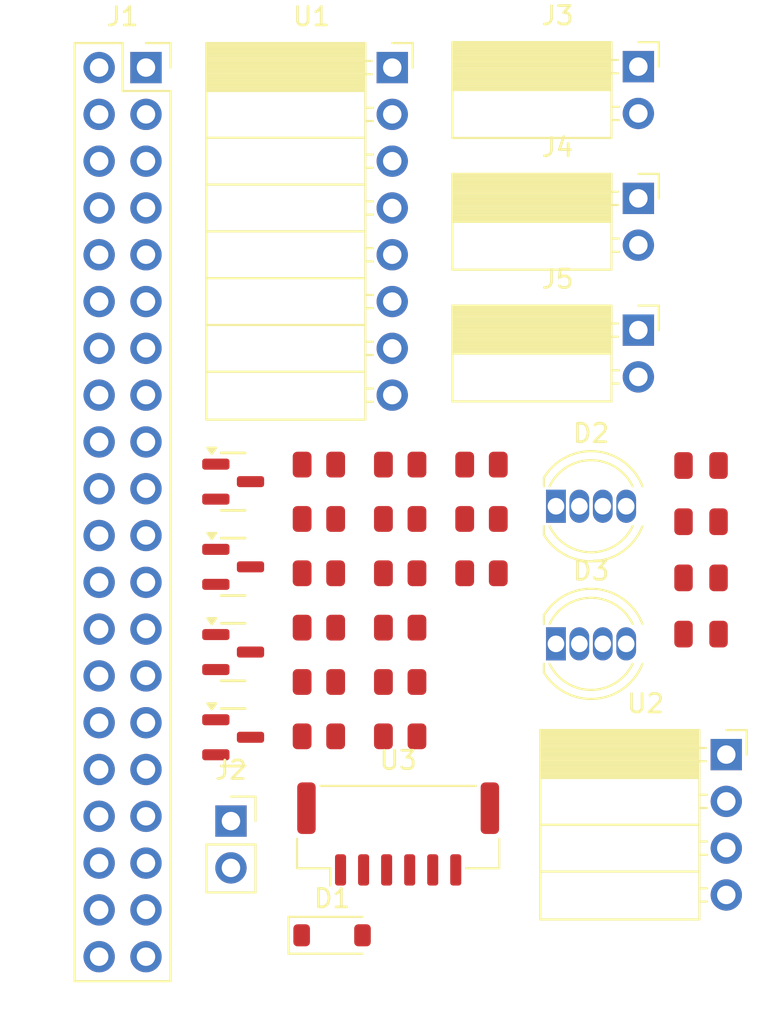
<source format=kicad_pcb>
(kicad_pcb (version 20241229) (generator "pcbnew") (generator_version "9.0")
  (layers (0 "F.Cu" signal "Front") (4 "In1.Cu" signal) (6 "In2.Cu" signal) (2 "B.Cu" signal "Back") (13 "F.Paste" user) (15 "B.Paste" user) (5 "F.SilkS" user) (7 "B.SilkS" user) (1 "F.Mask" user) (3 "B.Mask" user) (25 "Edge.Cuts" user))
  (net 0 "")
  (net 1 "+5V")
  (net 2 "GND")
  (net 3 "/Button1IN")
  (net 4 "/Button2IN")
  (net 5 "/Button3IN")
  (net 6 "Net-(D1-A)")
  (net 7 "Net-(D2-RK)")
  (net 8 "Net-(D2-BK)")
  (net 9 "Net-(D2-GK)")
  (net 10 "Net-(D3-BK)")
  (net 11 "Net-(D3-RK)")
  (net 12 "Net-(D3-GK)")
  (net 20 "+3.3V")
  (net 23 "/RLedSEL")
  (net 27 "/SDA")
  (net 32 "/BLedSEL")
  (net 34 "/SCL")
  (net 35 "/GLedSEL")
  (net 36 "/MotorSEL")
  (net 39 "Net-(Q1-G)")
  (net 40 "Net-(Q2-G)")
  (net 41 "Net-(Q2-D)")
  (net 42 "Net-(Q3-D)")
  (net 43 "Net-(Q3-G)")
  (net 44 "Net-(Q4-G)")
  (net 45 "Net-(Q4-D)")
  (footprint "Connector_PinSocket_2.54mm:PinSocket_1x02_P2.54mm_Horizontal" (layer "F.Cu") (at 141.73 60.54)
    (property "Reference" "J3" (at -4.38 -2.77 0) (layer "F.SilkS"))
    (property "Value" "Button1")
    (fp_line (start -10.09 -1.33) (end -10.09 3.87) (stroke (width 0.12)) (layer "F.SilkS"))
    (fp_line (start -10.09 -1.33) (end -1.46 -1.33) (stroke (width 0.12)) (layer "F.SilkS"))
    (fp_line (start -10.09 -1.21) (end -1.46 -1.21) (stroke (width 0.12)) (layer "F.SilkS"))
    (fp_line (start -10.09 -1.091905) (end -1.46 -1.091905) (stroke (width 0.12)) (layer "F.SilkS"))
    (fp_line (start -10.09 -0.97381) (end -1.46 -0.97381) (stroke (width 0.12)) (layer "F.SilkS"))
    (fp_line (start -10.09 -0.855715) (end -1.46 -0.855715) (stroke (width 0.12)) (layer "F.SilkS"))
    (fp_line (start -10.09 -0.73762) (end -1.46 -0.73762) (stroke (width 0.12)) (layer "F.SilkS"))
    (fp_line (start -10.09 -0.619525) (end -1.46 -0.619525) (stroke (width 0.12)) (layer "F.SilkS"))
    (fp_line (start -10.09 -0.50143) (end -1.46 -0.50143) (stroke (width 0.12)) (layer "F.SilkS"))
    (fp_line (start -10.09 -0.383335) (end -1.46 -0.383335) (stroke (width 0.12)) (layer "F.SilkS"))
    (fp_line (start -10.09 -0.26524) (end -1.46 -0.26524) (stroke (width 0.12)) (layer "F.SilkS"))
    (fp_line (start -10.09 -0.147145) (end -1.46 -0.147145) (stroke (width 0.12)) (layer "F.SilkS"))
    (fp_line (start -10.09 -0.02905) (end -1.46 -0.02905) (stroke (width 0.12)) (layer "F.SilkS"))
    (fp_line (start -10.09 0.089045) (end -1.46 0.089045) (stroke (width 0.12)) (layer "F.SilkS"))
    (fp_line (start -10.09 0.20714) (end -1.46 0.20714) (stroke (width 0.12)) (layer "F.SilkS"))
    (fp_line (start -10.09 0.325235) (end -1.46 0.325235) (stroke (width 0.12)) (layer "F.SilkS"))
    (fp_line (start -10.09 0.44333) (end -1.46 0.44333) (stroke (width 0.12)) (layer "F.SilkS"))
    (fp_line (start -10.09 0.561425) (end -1.46 0.561425) (stroke (width 0.12)) (layer "F.SilkS"))
    (fp_line (start -10.09 0.67952) (end -1.46 0.67952) (stroke (width 0.12)) (layer "F.SilkS"))
    (fp_line (start -10.09 0.797615) (end -1.46 0.797615) (stroke (width 0.12)) (layer "F.SilkS"))
    (fp_line (start -10.09 0.91571) (end -1.46 0.91571) (stroke (width 0.12)) (layer "F.SilkS"))
    (fp_line (start -10.09 1.033805) (end -1.46 1.033805) (stroke (width 0.12)) (layer "F.SilkS"))
    (fp_line (start -10.09 1.1519) (end -1.46 1.1519) (stroke (width 0.12)) (layer "F.SilkS"))
    (fp_line (start -10.09 1.27) (end -1.46 1.27) (stroke (width 0.12)) (layer "F.SilkS"))
    (fp_line (start -10.09 3.87) (end -1.46 3.87) (stroke (width 0.12)) (layer "F.SilkS"))
    (fp_line (start -1.46 -1.33) (end -1.46 3.87) (stroke (width 0.12)) (layer "F.SilkS"))
    (fp_line (start -1.46 -0.36) (end -1.11 -0.36) (stroke (width 0.12)) (layer "F.SilkS"))
    (fp_line (start -1.46 0.36) (end -1.11 0.36) (stroke (width 0.12)) (layer "F.SilkS"))
    (fp_line (start -1.46 2.18) (end -1.05 2.18) (stroke (width 0.12)) (layer "F.SilkS"))
    (fp_line (start -1.46 2.9) (end -1.05 2.9) (stroke (width 0.12)) (layer "F.SilkS"))
    (fp_line (start 0 -1.33) (end 1.11 -1.33) (stroke (width 0.12)) (layer "F.SilkS"))
    (fp_line (start 1.11 -1.33) (end 1.11 0) (stroke (width 0.12)) (layer "F.SilkS"))
    (pad "1" thru_hole rect (at 0 0) (size 1.7 1.7) (drill 1) (layers "*.Cu" "*.Mask") (net 3 "/Button1IN"))
    (pad "2" thru_hole circle (at 0 2.54) (size 1.7 1.7) (drill 1) (layers "*.Cu" "*.Mask") (net 2 "GND"))
  )
  (footprint "PCM_JLCPCB:R_0805" (layer "F.Cu") (at 124.4 96.89)
    (property "Reference" "R6" (hide yes))
    (property "Value" "1kΩ")
    (pad "1" smd roundrect (at -0.91 0) (size 1.02 1.4) (layers "F.Cu" "F.Mask" "F.Paste") (roundrect_rratio 0.243902) (net 32 "/BLedSEL"))
    (pad "2" smd roundrect (at 0.91 0) (size 1.02 1.4) (layers "F.Cu" "F.Mask" "F.Paste") (roundrect_rratio 0.243902) (net 44 "Net-(Q4-G)"))
  )
  (footprint "PCM_JLCPCB:C_0805" (layer "F.Cu") (at 145.13 85.24)
    (property "Reference" "C2" (hide yes))
    (property "Value" "100nF")
    (pad "1" smd roundrect (at -0.95 0) (size 1 1.45) (layers "F.Cu" "F.Mask" "F.Paste") (net 2 "GND"))
    (pad "2" smd roundrect (at 0.95 0) (size 1 1.45) (layers "F.Cu" "F.Mask" "F.Paste") (net 3 "/Button1IN"))
  )
  (footprint "PCM_JLCPCB:R_0805" (layer "F.Cu") (at 128.81 82.14)
    (property "Reference" "R7" (hide yes))
    (property "Value" "150Ω")
    (pad "1" smd roundrect (at -0.91 0) (size 1.02 1.4) (layers "F.Cu" "F.Mask" "F.Paste") (roundrect_rratio 0.243902) (net 41 "Net-(Q2-D)"))
    (pad "2" smd roundrect (at 0.91 0) (size 1.02 1.4) (layers "F.Cu" "F.Mask" "F.Paste") (roundrect_rratio 0.243902) (net 7 "Net-(D2-RK)"))
  )
  (footprint "Connector_JST:JST_GH_BM06B-GHS-TBT_1x06-1MP_P1.25mm_Vertical" (layer "F.Cu") (at 128.7 102.19)
    (property "Reference" "U3" (at 0 -4 0) (layer "F.SilkS"))
    (property "Value" "LiDAR")
    (fp_line (start -5.485 0.26) (end -5.485 1.86) (stroke (width 0.12)) (layer "F.SilkS"))
    (fp_line (start -5.485 1.86) (end -3.685 1.86) (stroke (width 0.12)) (layer "F.SilkS"))
    (fp_line (start -4.215 -2.61) (end 4.215 -2.61) (stroke (width 0.12)) (layer "F.SilkS"))
    (fp_line (start -3.685 1.86) (end -3.685 2.8) (stroke (width 0.12)) (layer "F.SilkS"))
    (fp_line (start 5.485 0.26) (end 5.485 1.86) (stroke (width 0.12)) (layer "F.SilkS"))
    (fp_line (start 5.485 1.86) (end 3.685 1.86) (stroke (width 0.12)) (layer "F.SilkS"))
    (pad "1" smd roundrect (at -3.125 1.95) (size 0.6 1.7) (layers "F.Cu" "F.Mask" "F.Paste") (net 1 "+5V"))
    (pad "2" smd roundrect (at -1.875 1.95) (size 0.6 1.7) (layers "F.Cu" "F.Mask" "F.Paste") (net 27 "/SDA"))
    (pad "3" smd roundrect (at -0.625 1.95) (size 0.6 1.7) (layers "F.Cu" "F.Mask" "F.Paste") (net 34 "/SCL"))
    (pad "4" smd roundrect (at 0.625 1.95) (size 0.6 1.7) (layers "F.Cu" "F.Mask" "F.Paste") (net 2 "GND"))
    (pad "5" smd roundrect (at 1.875 1.95) (size 0.6 1.7) (layers "F.Cu" "F.Mask" "F.Paste") (net 2 "GND"))
    (pad "6" smd roundrect (at 3.125 1.95) (size 0.6 1.7) (layers "F.Cu" "F.Mask" "F.Paste"))
    (pad "MP" smd roundrect (at -4.975 -1.4) (size 1 2.8) (layers "F.Cu" "F.Mask" "F.Paste"))
    (pad "MP" smd roundrect (at 4.975 -1.4) (size 1 2.8) (layers "F.Cu" "F.Mask" "F.Paste"))
  )
  (footprint "PCM_JLCPCB:C_0805" (layer "F.Cu") (at 145.13 82.19)
    (property "Reference" "C1" (hide yes))
    (property "Value" "10uF")
    (pad "1" smd roundrect (at -0.95 0) (size 1 1.45) (layers "F.Cu" "F.Mask" "F.Paste") (net 1 "+5V"))
    (pad "2" smd roundrect (at 0.95 0) (size 1 1.45) (layers "F.Cu" "F.Mask" "F.Paste") (net 2 "GND"))
  )
  (footprint "PCM_JLCPCB:R_0805" (layer "F.Cu") (at 124.4 82.14)
    (property "Reference" "R1" (hide yes))
    (property "Value" "4.7kΩ")
    (pad "1" smd roundrect (at -0.91 0) (size 1.02 1.4) (layers "F.Cu" "F.Mask" "F.Paste") (roundrect_rratio 0.243902) (net 20 "+3.3V"))
    (pad "2" smd roundrect (at 0.91 0) (size 1.02 1.4) (layers "F.Cu" "F.Mask" "F.Paste") (roundrect_rratio 0.243902) (net 27 "/SDA"))
  )
  (footprint "PCM_JLCPCB:R_0805" (layer "F.Cu") (at 128.81 93.94)
    (property "Reference" "R11" (hide yes))
    (property "Value" "100Ω")
    (pad "1" smd roundrect (at -0.91 0) (size 1.02 1.4) (layers "F.Cu" "F.Mask" "F.Paste") (roundrect_rratio 0.243902) (net 42 "Net-(Q3-D)"))
    (pad "2" smd roundrect (at 0.91 0) (size 1.02 1.4) (layers "F.Cu" "F.Mask" "F.Paste") (roundrect_rratio 0.243902) (net 9 "Net-(D2-GK)"))
  )
  (footprint "PCM_JLCPCB:Q_SOT-23" (layer "F.Cu") (at 119.75 96.94)
    (property "Reference" "Q4" (hide yes))
    (property "Value" "AO3400A")
    (fp_line (start 0 -1.56) (end -0.65 -1.56) (stroke (width 0.15)) (layer "F.SilkS"))
    (fp_line (start 0 -1.56) (end 0.65 -1.56) (stroke (width 0.15)) (layer "F.SilkS"))
    (fp_line (start 0 1.56) (end -0.65 1.56) (stroke (width 0.15)) (layer "F.SilkS"))
    (fp_line (start 0 1.56) (end 0.65 1.56) (stroke (width 0.15)) (layer "F.SilkS"))
    (fp_poly (pts (xy -1.1625 -1.51) (xy -1.4025 -1.84) (xy -0.9225 -1.84) (xy -1.1625 -1.51)) (stroke (width 0.12)) (fill yes) (layer "F.SilkS"))
    (pad "1" smd roundrect (at -0.94 -0.95) (size 1.48 0.6) (layers "F.Cu" "F.Mask" "F.Paste") (net 44 "Net-(Q4-G)"))
    (pad "2" smd roundrect (at -0.94 0.95) (size 1.48 0.6) (layers "F.Cu" "F.Mask" "F.Paste") (net 2 "GND"))
    (pad "3" smd roundrect (at 0.94 0) (size 1.48 0.6) (layers "F.Cu" "F.Mask" "F.Paste") (net 45 "Net-(Q4-D)"))
  )
  (footprint "PCM_JLCPCB:R_0805" (layer "F.Cu") (at 128.81 96.89)
    (property "Reference" "R12" (hide yes))
    (property "Value" "100Ω")
    (pad "1" smd roundrect (at -0.91 0) (size 1.02 1.4) (layers "F.Cu" "F.Mask" "F.Paste") (roundrect_rratio 0.243902) (net 45 "Net-(Q4-D)"))
    (pad "2" smd roundrect (at 0.91 0) (size 1.02 1.4) (layers "F.Cu" "F.Mask" "F.Paste") (roundrect_rratio 0.243902) (net 8 "Net-(D2-BK)"))
  )
  (footprint "PCM_JLCPCB:R_0805" (layer "F.Cu") (at 128.81 88.04)
    (property "Reference" "R9" (hide yes))
    (property "Value" "10kΩ")
    (pad "1" smd roundrect (at -0.91 0) (size 1.02 1.4) (layers "F.Cu" "F.Mask" "F.Paste") (roundrect_rratio 0.243902) (net 20 "+3.3V"))
    (pad "2" smd roundrect (at 0.91 0) (size 1.02 1.4) (layers "F.Cu" "F.Mask" "F.Paste") (roundrect_rratio 0.243902) (net 3 "/Button1IN"))
  )
  (footprint "Connector_PinSocket_2.54mm:PinSocket_2x20_P2.54mm_Vertical" (layer "F.Cu") (at 115.02 60.59)
    (property "Reference" "J1" (at -1.27 -2.77 0) (layer "F.SilkS"))
    (property "Value" "Raspberry_Pi_2_3")
    (fp_line (start -3.87 -1.33) (end -3.87 49.59) (stroke (width 0.12)) (layer "F.SilkS"))
    (fp_line (start -3.87 -1.33) (end -1.27 -1.33) (stroke (width 0.12)) (layer "F.SilkS"))
    (fp_line (start -3.87 49.59) (end 1.33 49.59) (stroke (width 0.12)) (layer "F.SilkS"))
    (fp_line (start -1.27 -1.33) (end -1.27 1.27) (stroke (width 0.12)) (layer "F.SilkS"))
    (fp_line (start -1.27 1.27) (end 1.33 1.27) (stroke (width 0.12)) (layer "F.SilkS"))
    (fp_line (start 0 -1.33) (end 1.33 -1.33) (stroke (width 0.12)) (layer "F.SilkS"))
    (fp_line (start 1.33 -1.33) (end 1.33 0) (stroke (width 0.12)) (layer "F.SilkS"))
    (fp_line (start 1.33 1.27) (end 1.33 49.59) (stroke (width 0.12)) (layer "F.SilkS"))
    (pad "1" thru_hole rect (at 0 0) (size 1.7 1.7) (drill 1) (layers "*.Cu" "*.Mask") (net 20 "+3.3V"))
    (pad "2" thru_hole circle (at -2.54 0) (size 1.7 1.7) (drill 1) (layers "*.Cu" "*.Mask") (net 1 "+5V"))
    (pad "3" thru_hole circle (at 0 2.54) (size 1.7 1.7) (drill 1) (layers "*.Cu" "*.Mask") (net 27 "/SDA"))
    (pad "4" thru_hole circle (at -2.54 2.54) (size 1.7 1.7) (drill 1) (layers "*.Cu" "*.Mask") (net 1 "+5V"))
    (pad "5" thru_hole circle (at 0 5.08) (size 1.7 1.7) (drill 1) (layers "*.Cu" "*.Mask") (net 34 "/SCL"))
    (pad "6" thru_hole circle (at -2.54 5.08) (size 1.7 1.7) (drill 1) (layers "*.Cu" "*.Mask") (net 2 "GND"))
    (pad "7" thru_hole circle (at 0 7.62) (size 1.7 1.7) (drill 1) (layers "*.Cu" "*.Mask"))
    (pad "8" thru_hole circle (at -2.54 7.62) (size 1.7 1.7) (drill 1) (layers "*.Cu" "*.Mask"))
    (pad "9" thru_hole circle (at 0 10.16) (size 1.7 1.7) (drill 1) (layers "*.Cu" "*.Mask") (net 2 "GND"))
    (pad "10" thru_hole circle (at -2.54 10.16) (size 1.7 1.7) (drill 1) (layers "*.Cu" "*.Mask"))
    (pad "11" thru_hole circle (at 0 12.7) (size 1.7 1.7) (drill 1) (layers "*.Cu" "*.Mask") (net 36 "/MotorSEL"))
    (pad "12" thru_hole circle (at -2.54 12.7) (size 1.7 1.7) (drill 1) (layers "*.Cu" "*.Mask") (net 32 "/BLedSEL"))
    (pad "13" thru_hole circle (at 0 15.24) (size 1.7 1.7) (drill 1) (layers "*.Cu" "*.Mask"))
    (pad "14" thru_hole circle (at -2.54 15.24) (size 1.7 1.7) (drill 1) (layers "*.Cu" "*.Mask") (net 2 "GND"))
    (pad "15" thru_hole circle (at 0 17.78) (size 1.7 1.7) (drill 1) (layers "*.Cu" "*.Mask"))
    (pad "16" thru_hole circle (at -2.54 17.78) (size 1.7 1.7) (drill 1) (layers "*.Cu" "*.Mask") (net 3 "/Button1IN"))
    (pad "17" thru_hole circle (at 0 20.32) (size 1.7 1.7) (drill 1) (layers "*.Cu" "*.Mask") (net 20 "+3.3V"))
    (pad "18" thru_hole circle (at -2.54 20.32) (size 1.7 1.7) (drill 1) (layers "*.Cu" "*.Mask") (net 4 "/Button2IN"))
    (pad "19" thru_hole circle (at 0 22.86) (size 1.7 1.7) (drill 1) (layers "*.Cu" "*.Mask"))
    (pad "20" thru_hole circle (at -2.54 22.86) (size 1.7 1.7) (drill 1) (layers "*.Cu" "*.Mask") (net 2 "GND"))
    (pad "21" thru_hole circle (at 0 25.4) (size 1.7 1.7) (drill 1) (layers "*.Cu" "*.Mask"))
    (pad "22" thru_hole circle (at -2.54 25.4) (size 1.7 1.7) (drill 1) (layers "*.Cu" "*.Mask") (net 5 "/Button3IN"))
    (pad "23" thru_hole circle (at 0 27.94) (size 1.7 1.7) (drill 1) (layers "*.Cu" "*.Mask"))
    (pad "24" thru_hole circle (at -2.54 27.94) (size 1.7 1.7) (drill 1) (layers "*.Cu" "*.Mask"))
    (pad "25" thru_hole circle (at 0 30.48) (size 1.7 1.7) (drill 1) (layers "*.Cu" "*.Mask") (net 2 "GND"))
    (pad "26" thru_hole circle (at -2.54 30.48) (size 1.7 1.7) (drill 1) (layers "*.Cu" "*.Mask"))
    (pad "27" thru_hole circle (at 0 33.02) (size 1.7 1.7) (drill 1) (layers "*.Cu" "*.Mask"))
    (pad "28" thru_hole circle (at -2.54 33.02) (size 1.7 1.7) (drill 1) (layers "*.Cu" "*.Mask"))
    (pad "29" thru_hole circle (at 0 35.56) (size 1.7 1.7) (drill 1) (layers "*.Cu" "*.Mask"))
    (pad "30" thru_hole circle (at -2.54 35.56) (size 1.7 1.7) (drill 1) (layers "*.Cu" "*.Mask") (net 2 "GND"))
    (pad "31" thru_hole circle (at 0 38.1) (size 1.7 1.7) (drill 1) (layers "*.Cu" "*.Mask"))
    (pad "32" thru_hole circle (at -2.54 38.1) (size 1.7 1.7) (drill 1) (layers "*.Cu" "*.Mask") (net 23 "/RLedSEL"))
    (pad "33" thru_hole circle (at 0 40.64) (size 1.7 1.7) (drill 1) (layers "*.Cu" "*.Mask") (net 35 "/GLedSEL"))
    (pad "34" thru_hole circle (at -2.54 40.64) (size 1.7 1.7) (drill 1) (layers "*.Cu" "*.Mask") (net 2 "GND"))
    (pad "35" thru_hole circle (at 0 43.18) (size 1.7 1.7) (drill 1) (layers "*.Cu" "*.Mask"))
    (pad "36" thru_hole circle (at -2.54 43.18) (size 1.7 1.7) (drill 1) (layers "*.Cu" "*.Mask"))
    (pad "37" thru_hole circle (at 0 45.72) (size 1.7 1.7) (drill 1) (layers "*.Cu" "*.Mask"))
    (pad "38" thru_hole circle (at -2.54 45.72) (size 1.7 1.7) (drill 1) (layers "*.Cu" "*.Mask"))
    (pad "39" thru_hole circle (at 0 48.26) (size 1.7 1.7) (drill 1) (layers "*.Cu" "*.Mask") (net 2 "GND"))
    (pad "40" thru_hole circle (at -2.54 48.26) (size 1.7 1.7) (drill 1) (layers "*.Cu" "*.Mask"))
  )
  (footprint "PCM_JLCPCB:R_0805" (layer "F.Cu") (at 124.4 88.04)
    (property "Reference" "R3" (hide yes))
    (property "Value" "1kΩ")
    (pad "1" smd roundrect (at -0.91 0) (size 1.02 1.4) (layers "F.Cu" "F.Mask" "F.Paste") (roundrect_rratio 0.243902) (net 39 "Net-(Q1-G)"))
    (pad "2" smd roundrect (at 0.91 0) (size 1.02 1.4) (layers "F.Cu" "F.Mask" "F.Paste") (roundrect_rratio 0.243902) (net 36 "/MotorSEL"))
  )
  (footprint "PCM_JLCPCB:Q_SOT-23" (layer "F.Cu") (at 119.75 83.065)
    (property "Reference" "Q1" (hide yes))
    (property "Value" "AO3400A")
    (fp_line (start 0 -1.56) (end -0.65 -1.56) (stroke (width 0.15)) (layer "F.SilkS"))
    (fp_line (start 0 -1.56) (end 0.65 -1.56) (stroke (width 0.15)) (layer "F.SilkS"))
    (fp_line (start 0 1.56) (end -0.65 1.56) (stroke (width 0.15)) (layer "F.SilkS"))
    (fp_line (start 0 1.56) (end 0.65 1.56) (stroke (width 0.15)) (layer "F.SilkS"))
    (fp_poly (pts (xy -1.1625 -1.51) (xy -1.4025 -1.84) (xy -0.9225 -1.84) (xy -1.1625 -1.51)) (stroke (width 0.12)) (fill yes) (layer "F.SilkS"))
    (pad "1" smd roundrect (at -0.94 -0.95) (size 1.48 0.6) (layers "F.Cu" "F.Mask" "F.Paste") (net 39 "Net-(Q1-G)"))
    (pad "2" smd roundrect (at -0.94 0.95) (size 1.48 0.6) (layers "F.Cu" "F.Mask" "F.Paste") (net 2 "GND"))
    (pad "3" smd roundrect (at 0.94 0) (size 1.48 0.6) (layers "F.Cu" "F.Mask" "F.Paste") (net 6 "Net-(D1-A)"))
  )
  (footprint "PCM_JLCPCB:R_0805" (layer "F.Cu") (at 124.4 93.94)
    (property "Reference" "R5" (hide yes))
    (property "Value" "1kΩ")
    (pad "1" smd roundrect (at -0.91 0) (size 1.02 1.4) (layers "F.Cu" "F.Mask" "F.Paste") (roundrect_rratio 0.243902) (net 35 "/GLedSEL"))
    (pad "2" smd roundrect (at 0.91 0) (size 1.02 1.4) (layers "F.Cu" "F.Mask" "F.Paste") (roundrect_rratio 0.243902) (net 43 "Net-(Q3-G)"))
  )
  (footprint "PCM_JLCPCB:R_0805" (layer "F.Cu") (at 128.81 85.09)
    (property "Reference" "R8" (hide yes))
    (property "Value" "150Ω")
    (pad "1" smd roundrect (at -0.91 0) (size 1.02 1.4) (layers "F.Cu" "F.Mask" "F.Paste") (roundrect_rratio 0.243902) (net 41 "Net-(Q2-D)"))
    (pad "2" smd roundrect (at 0.91 0) (size 1.02 1.4) (layers "F.Cu" "F.Mask" "F.Paste") (roundrect_rratio 0.243902) (net 11 "Net-(D3-RK)"))
  )
  (footprint "LED_THT:LED_D5.0mm-4_RGB" (layer "F.Cu") (at 137.26 84.4)
    (property "Reference" "D2" (at 1.905 -3.96 0) (layer "F.SilkS"))
    (property "Value" "LED_RGAB")
    (fp_line (start -0.655 -1.545) (end -0.655 -1.08) (stroke (width 0.12)) (layer "F.SilkS"))
    (fp_line (start -0.655 1.08) (end -0.655 1.545) (stroke (width 0.12)) (layer "F.SilkS"))
    (fp_arc (start -0.655 -1.54483) (mid 2.163898 -2.97877) (end 4.693136 -1.08) (stroke (width 0.12)) (layer "F.SilkS"))
    (fp_arc (start -0.349684 -1.08) (mid 1.905 -2.5) (end 4.159684 -1.08) (stroke (width 0.12)) (layer "F.SilkS"))
    (fp_arc (start 4.159684 1.08) (mid 1.905 2.5) (end -0.349684 1.08) (stroke (width 0.12)) (layer "F.SilkS"))
    (fp_arc (start 4.693136 1.08) (mid 2.163898 2.97877) (end -0.655 1.54483) (stroke (width 0.12)) (layer "F.SilkS"))
    (pad "1" thru_hole rect (at 0 0) (size 1.07 1.8) (drill 0.9) (layers "*.Cu" "*.Mask") (net 7 "Net-(D2-RK)"))
    (pad "2" thru_hole oval (at 1.27 0) (size 1.07 1.8) (drill 0.9) (layers "*.Cu" "*.Mask") (net 9 "Net-(D2-GK)"))
    (pad "3" thru_hole oval (at 2.54 0) (size 1.07 1.8) (drill 0.9) (layers "*.Cu" "*.Mask") (net 1 "+5V"))
    (pad "4" thru_hole oval (at 3.81 0) (size 1.07 1.8) (drill 0.9) (layers "*.Cu" "*.Mask") (net 8 "Net-(D2-BK)"))
  )
  (footprint "Connector_PinSocket_2.54mm:PinSocket_1x08_P2.54mm_Horizontal" (layer "F.Cu") (at 128.38 60.59)
    (property "Reference" "U1" (at -4.38 -2.77 0) (layer "F.SilkS"))
    (property "Value" "Gyro")
    (fp_line (start -10.09 -1.33) (end -10.09 19.11) (stroke (width 0.12)) (layer "F.SilkS"))
    (fp_line (start -10.09 -1.33) (end -1.46 -1.33) (stroke (width 0.12)) (layer "F.SilkS"))
    (fp_line (start -10.09 -1.21) (end -1.46 -1.21) (stroke (width 0.12)) (layer "F.SilkS"))
    (fp_line (start -10.09 -1.091905) (end -1.46 -1.091905) (stroke (width 0.12)) (layer "F.SilkS"))
    (fp_line (start -10.09 -0.97381) (end -1.46 -0.97381) (stroke (width 0.12)) (layer "F.SilkS"))
    (fp_line (start -10.09 -0.855715) (end -1.46 -0.855715) (stroke (width 0.12)) (layer "F.SilkS"))
    (fp_line (start -10.09 -0.73762) (end -1.46 -0.73762) (stroke (width 0.12)) (layer "F.SilkS"))
    (fp_line (start -10.09 -0.619525) (end -1.46 -0.619525) (stroke (width 0.12)) (layer "F.SilkS"))
    (fp_line (start -10.09 -0.50143) (end -1.46 -0.50143) (stroke (width 0.12)) (layer "F.SilkS"))
    (fp_line (start -10.09 -0.383335) (end -1.46 -0.383335) (stroke (width 0.12)) (layer "F.SilkS"))
    (fp_line (start -10.09 -0.26524) (end -1.46 -0.26524) (stroke (width 0.12)) (layer "F.SilkS"))
    (fp_line (start -10.09 -0.147145) (end -1.46 -0.147145) (stroke (width 0.12)) (layer "F.SilkS"))
    (fp_line (start -10.09 -0.02905) (end -1.46 -0.02905) (stroke (width 0.12)) (layer "F.SilkS"))
    (fp_line (start -10.09 0.089045) (end -1.46 0.089045) (stroke (width 0.12)) (layer "F.SilkS"))
    (fp_line (start -10.09 0.20714) (end -1.46 0.20714) (stroke (width 0.12)) (layer "F.SilkS"))
    (fp_line (start -10.09 0.325235) (end -1.46 0.325235) (stroke (width 0.12)) (layer "F.SilkS"))
    (fp_line (start -10.09 0.44333) (end -1.46 0.44333) (stroke (width 0.12)) (layer "F.SilkS"))
    (fp_line (start -10.09 0.561425) (end -1.46 0.561425) (stroke (width 0.12)) (layer "F.SilkS"))
    (fp_line (start -10.09 0.67952) (end -1.46 0.67952) (stroke (width 0.12)) (layer "F.SilkS"))
    (fp_line (start -10.09 0.797615) (end -1.46 0.797615) (stroke (width 0.12)) (layer "F.SilkS"))
    (fp_line (start -10.09 0.91571) (end -1.46 0.91571) (stroke (width 0.12)) (layer "F.SilkS"))
    (fp_line (start -10.09 1.033805) (end -1.46 1.033805) (stroke (width 0.12)) (layer "F.SilkS"))
    (fp_line (start -10.09 1.1519) (end -1.46 1.1519) (stroke (width 0.12)) (layer "F.SilkS"))
    (fp_line (start -10.09 1.27) (end -1.46 1.27) (stroke (width 0.12)) (layer "F.SilkS"))
    (fp_line (start -10.09 3.81) (end -1.46 3.81) (stroke (width 0.12)) (layer "F.SilkS"))
    (fp_line (start -10.09 6.35) (end -1.46 6.35) (stroke (width 0.12)) (layer "F.SilkS"))
    (fp_line (start -10.09 8.89) (end -1.46 8.89) (stroke (width 0.12)) (layer "F.SilkS"))
    (fp_line (start -10.09 11.43) (end -1.46 11.43) (stroke (width 0.12)) (layer "F.SilkS"))
    (fp_line (start -10.09 13.97) (end -1.46 13.97) (stroke (width 0.12)) (layer "F.SilkS"))
    (fp_line (start -10.09 16.51) (end -1.46 16.51) (stroke (width 0.12)) (layer "F.SilkS"))
    (fp_line (start -10.09 19.11) (end -1.46 19.11) (stroke (width 0.12)) (layer "F.SilkS"))
    (fp_line (start -1.46 -1.33) (end -1.46 19.11) (stroke (width 0.12)) (layer "F.SilkS"))
    (fp_line (start -1.46 -0.36) (end -1.11 -0.36) (stroke (width 0.12)) (layer "F.SilkS"))
    (fp_line (start -1.46 0.36) (end -1.11 0.36) (stroke (width 0.12)) (layer "F.SilkS"))
    (fp_line (start -1.46 2.18) (end -1.05 2.18) (stroke (width 0.12)) (layer "F.SilkS"))
    (fp_line (start -1.46 2.9) (end -1.05 2.9) (stroke (width 0.12)) (layer "F.SilkS"))
    (fp_line (start -1.46 4.72) (end -1.05 4.72) (stroke (width 0.12)) (layer "F.SilkS"))
    (fp_line (start -1.46 5.44) (end -1.05 5.44) (stroke (width 0.12)) (layer "F.SilkS"))
    (fp_line (start -1.46 7.26) (end -1.05 7.26) (stroke (width 0.12)) (layer "F.SilkS"))
    (fp_line (start -1.46 7.98) (end -1.05 7.98) (stroke (width 0.12)) (layer "F.SilkS"))
    (fp_line (start -1.46 9.8) (end -1.05 9.8) (stroke (width 0.12)) (layer "F.SilkS"))
    (fp_line (start -1.46 10.52) (end -1.05 10.52) (stroke (width 0.12)) (layer "F.SilkS"))
    (fp_line (start -1.46 12.34) (end -1.05 12.34) (stroke (width 0.12)) (layer "F.SilkS"))
    (fp_line (start -1.46 13.06) (end -1.05 13.06) (stroke (width 0.12)) (layer "F.SilkS"))
    (fp_line (start -1.46 14.88) (end -1.05 14.88) (stroke (width 0.12)) (layer "F.SilkS"))
    (fp_line (start -1.46 15.6) (end -1.05 15.6) (stroke (width 0.12)) (layer "F.SilkS"))
    (fp_line (start -1.46 17.42) (end -1.05 17.42) (stroke (width 0.12)) (layer "F.SilkS"))
    (fp_line (start -1.46 18.14) (end -1.05 18.14) (stroke (width 0.12)) (layer "F.SilkS"))
    (fp_line (start 0 -1.33) (end 1.11 -1.33) (stroke (width 0.12)) (layer "F.SilkS"))
    (fp_line (start 1.11 -1.33) (end 1.11 0) (stroke (width 0.12)) (layer "F.SilkS"))
    (pad "1" thru_hole rect (at 0 0) (size 1.7 1.7) (drill 1) (layers "*.Cu" "*.Mask"))
    (pad "2" thru_hole circle (at 0 2.54) (size 1.7 1.7) (drill 1) (layers "*.Cu" "*.Mask"))
    (pad "3" thru_hole circle (at 0 5.08) (size 1.7 1.7) (drill 1) (layers "*.Cu" "*.Mask"))
    (pad "4" thru_hole circle (at 0 7.62) (size 1.7 1.7) (drill 1) (layers "*.Cu" "*.Mask"))
    (pad "5" thru_hole circle (at 0 10.16) (size 1.7 1.7) (drill 1) (layers "*.Cu" "*.Mask") (net 27 "/SDA"))
    (pad "6" thru_hole circle (at 0 12.7) (size 1.7 1.7) (drill 1) (layers "*.Cu" "*.Mask") (net 34 "/SCL"))
    (pad "7" thru_hole circle (at 0 15.24) (size 1.7 1.7) (drill 1) (layers "*.Cu" "*.Mask") (net 2 "GND"))
    (pad "8" thru_hole circle (at 0 17.78) (size 1.7 1.7) (drill 1) (layers "*.Cu" "*.Mask") (net 1 "+5V"))
  )
  (footprint "PCM_JLCPCB:R_0805" (layer "F.Cu") (at 124.4 85.09)
    (property "Reference" "R2" (hide yes))
    (property "Value" "4.7kΩ")
    (pad "1" smd roundrect (at -0.91 0) (size 1.02 1.4) (layers "F.Cu" "F.Mask" "F.Paste") (roundrect_rratio 0.243902) (net 20 "+3.3V"))
    (pad "2" smd roundrect (at 0.91 0) (size 1.02 1.4) (layers "F.Cu" "F.Mask" "F.Paste") (roundrect_rratio 0.243902) (net 34 "/SCL"))
  )
  (footprint "PCM_JLCPCB:R_0805" (layer "F.Cu") (at 124.4 90.99)
    (property "Reference" "R4" (hide yes))
    (property "Value" "1kΩ")
    (pad "1" smd roundrect (at -0.91 0) (size 1.02 1.4) (layers "F.Cu" "F.Mask" "F.Paste") (roundrect_rratio 0.243902) (net 23 "/RLedSEL"))
    (pad "2" smd roundrect (at 0.91 0) (size 1.02 1.4) (layers "F.Cu" "F.Mask" "F.Paste") (roundrect_rratio 0.243902) (net 40 "Net-(Q2-G)"))
  )
  (footprint "Connector_PinSocket_2.54mm:PinSocket_1x04_P2.54mm_Horizontal" (layer "F.Cu") (at 146.5 97.88)
    (property "Reference" "U2" (at -4.38 -2.77 0) (layer "F.SilkS"))
    (property "Value" "HR")
    (fp_line (start -10.09 -1.33) (end -10.09 8.95) (stroke (width 0.12)) (layer "F.SilkS"))
    (fp_line (start -10.09 -1.33) (end -1.46 -1.33) (stroke (width 0.12)) (layer "F.SilkS"))
    (fp_line (start -10.09 -1.21) (end -1.46 -1.21) (stroke (width 0.12)) (layer "F.SilkS"))
    (fp_line (start -10.09 -1.091905) (end -1.46 -1.091905) (stroke (width 0.12)) (layer "F.SilkS"))
    (fp_line (start -10.09 -0.97381) (end -1.46 -0.97381) (stroke (width 0.12)) (layer "F.SilkS"))
    (fp_line (start -10.09 -0.855715) (end -1.46 -0.855715) (stroke (width 0.12)) (layer "F.SilkS"))
    (fp_line (start -10.09 -0.73762) (end -1.46 -0.73762) (stroke (width 0.12)) (layer "F.SilkS"))
    (fp_line (start -10.09 -0.619525) (end -1.46 -0.619525) (stroke (width 0.12)) (layer "F.SilkS"))
    (fp_line (start -10.09 -0.50143) (end -1.46 -0.50143) (stroke (width 0.12)) (layer "F.SilkS"))
    (fp_line (start -10.09 -0.383335) (end -1.46 -0.383335) (stroke (width 0.12)) (layer "F.SilkS"))
    (fp_line (start -10.09 -0.26524) (end -1.46 -0.26524) (stroke (width 0.12)) (layer "F.SilkS"))
    (fp_line (start -10.09 -0.147145) (end -1.46 -0.147145) (stroke (width 0.12)) (layer "F.SilkS"))
    (fp_line (start -10.09 -0.02905) (end -1.46 -0.02905) (stroke (width 0.12)) (layer "F.SilkS"))
    (fp_line (start -10.09 0.089045) (end -1.46 0.089045) (stroke (width 0.12)) (layer "F.SilkS"))
    (fp_line (start -10.09 0.20714) (end -1.46 0.20714) (stroke (width 0.12)) (layer "F.SilkS"))
    (fp_line (start -10.09 0.325235) (end -1.46 0.325235) (stroke (width 0.12)) (layer "F.SilkS"))
    (fp_line (start -10.09 0.44333) (end -1.46 0.44333) (stroke (width 0.12)) (layer "F.SilkS"))
    (fp_line (start -10.09 0.561425) (end -1.46 0.561425) (stroke (width 0.12)) (layer "F.SilkS"))
    (fp_line (start -10.09 0.67952) (end -1.46 0.67952) (stroke (width 0.12)) (layer "F.SilkS"))
    (fp_line (start -10.09 0.797615) (end -1.46 0.797615) (stroke (width 0.12)) (layer "F.SilkS"))
    (fp_line (start -10.09 0.91571) (end -1.46 0.91571) (stroke (width 0.12)) (layer "F.SilkS"))
    (fp_line (start -10.09 1.033805) (end -1.46 1.033805) (stroke (width 0.12)) (layer "F.SilkS"))
    (fp_line (start -10.09 1.1519) (end -1.46 1.1519) (stroke (width 0.12)) (layer "F.SilkS"))
    (fp_line (start -10.09 1.27) (end -1.46 1.27) (stroke (width 0.12)) (layer "F.SilkS"))
    (fp_line (start -10.09 3.81) (end -1.46 3.81) (stroke (width 0.12)) (layer "F.SilkS"))
    (fp_line (start -10.09 6.35) (end -1.46 6.35) (stroke (width 0.12)) (layer "F.SilkS"))
    (fp_line (start -10.09 8.95) (end -1.46 8.95) (stroke (width 0.12)) (layer "F.SilkS"))
    (fp_line (start -1.46 -1.33) (end -1.46 8.95) (stroke (width 0.12)) (layer "F.SilkS"))
    (fp_line (start -1.46 -0.36) (end -1.11 -0.36) (stroke (width 0.12)) (layer "F.SilkS"))
    (fp_line (start -1.46 0.36) (end -1.11 0.36) (stroke (width 0.12)) (layer "F.SilkS"))
    (fp_line (start -1.46 2.18) (end -1.05 2.18) (stroke (width 0.12)) (layer "F.SilkS"))
    (fp_line (start -1.46 2.9) (end -1.05 2.9) (stroke (width 0.12)) (layer "F.SilkS"))
    (fp_line (start -1.46 4.72) (end -1.05 4.72) (stroke (width 0.12)) (layer "F.SilkS"))
    (fp_line (start -1.46 5.44) (end -1.05 5.44) (stroke (width 0.12)) (layer "F.SilkS"))
    (fp_line (start -1.46 7.26) (end -1.05 7.26) (stroke (width 0.12)) (layer "F.SilkS"))
    (fp_line (start -1.46 7.98) (end -1.05 7.98) (stroke (width 0.12)) (layer "F.SilkS"))
    (fp_line (start 0 -1.33) (end 1.11 -1.33) (stroke (width 0.12)) (layer "F.SilkS"))
    (fp_line (start 1.11 -1.33) (end 1.11 0) (stroke (width 0.12)) (layer "F.SilkS"))
    (pad "1" thru_hole rect (at 0 0) (size 1.7 1.7) (drill 1) (layers "*.Cu" "*.Mask") (net 20 "+3.3V"))
    (pad "2" thru_hole circle (at 0 2.54) (size 1.7 1.7) (drill 1) (layers "*.Cu" "*.Mask") (net 27 "/SDA"))
    (pad "3" thru_hole circle (at 0 5.08) (size 1.7 1.7) (drill 1) (layers "*.Cu" "*.Mask") (net 34 "/SCL"))
    (pad "4" thru_hole circle (at 0 7.62) (size 1.7 1.7) (drill 1) (layers "*.Cu" "*.Mask") (net 2 "GND"))
  )
  (footprint "PCM_JLCPCB:R_0805" (layer "F.Cu") (at 133.22 82.14)
    (property "Reference" "R13" (hide yes))
    (property "Value" "100Ω")
    (pad "1" smd roundrect (at -0.91 0) (size 1.02 1.4) (layers "F.Cu" "F.Mask" "F.Paste") (roundrect_rratio 0.243902) (net 42 "Net-(Q3-D)"))
    (pad "2" smd roundrect (at 0.91 0) (size 1.02 1.4) (layers "F.Cu" "F.Mask" "F.Paste") (roundrect_rratio 0.243902) (net 12 "Net-(D3-GK)"))
  )
  (footprint "PCM_JLCPCB:Q_SOT-23" (layer "F.Cu") (at 119.75 87.69)
    (property "Reference" "Q2" (hide yes))
    (property "Value" "AO3400A")
    (fp_line (start 0 -1.56) (end -0.65 -1.56) (stroke (width 0.15)) (layer "F.SilkS"))
    (fp_line (start 0 -1.56) (end 0.65 -1.56) (stroke (width 0.15)) (layer "F.SilkS"))
    (fp_line (start 0 1.56) (end -0.65 1.56) (stroke (width 0.15)) (layer "F.SilkS"))
    (fp_line (start 0 1.56) (end 0.65 1.56) (stroke (width 0.15)) (layer "F.SilkS"))
    (fp_poly (pts (xy -1.1625 -1.51) (xy -1.4025 -1.84) (xy -0.9225 -1.84) (xy -1.1625 -1.51)) (stroke (width 0.12)) (fill yes) (layer "F.SilkS"))
    (pad "1" smd roundrect (at -0.94 -0.95) (size 1.48 0.6) (layers "F.Cu" "F.Mask" "F.Paste") (net 40 "Net-(Q2-G)"))
    (pad "2" smd roundrect (at -0.94 0.95) (size 1.48 0.6) (layers "F.Cu" "F.Mask" "F.Paste") (net 2 "GND"))
    (pad "3" smd roundrect (at 0.94 0) (size 1.48 0.6) (layers "F.Cu" "F.Mask" "F.Paste") (net 41 "Net-(Q2-D)"))
  )
  (footprint "LED_THT:LED_D5.0mm-4_RGB" (layer "F.Cu") (at 137.26 91.87)
    (property "Reference" "D3" (at 1.905 -3.96 0) (layer "F.SilkS"))
    (property "Value" "LED_RGAB")
    (fp_line (start -0.655 -1.545) (end -0.655 -1.08) (stroke (width 0.12)) (layer "F.SilkS"))
    (fp_line (start -0.655 1.08) (end -0.655 1.545) (stroke (width 0.12)) (layer "F.SilkS"))
    (fp_arc (start -0.655 -1.54483) (mid 2.163898 -2.97877) (end 4.693136 -1.08) (stroke (width 0.12)) (layer "F.SilkS"))
    (fp_arc (start -0.349684 -1.08) (mid 1.905 -2.5) (end 4.159684 -1.08) (stroke (width 0.12)) (layer "F.SilkS"))
    (fp_arc (start 4.159684 1.08) (mid 1.905 2.5) (end -0.349684 1.08) (stroke (width 0.12)) (layer "F.SilkS"))
    (fp_arc (start 4.693136 1.08) (mid 2.163898 2.97877) (end -0.655 1.54483) (stroke (width 0.12)) (layer "F.SilkS"))
    (pad "1" thru_hole rect (at 0 0) (size 1.07 1.8) (drill 0.9) (layers "*.Cu" "*.Mask") (net 11 "Net-(D3-RK)"))
    (pad "2" thru_hole oval (at 1.27 0) (size 1.07 1.8) (drill 0.9) (layers "*.Cu" "*.Mask") (net 12 "Net-(D3-GK)"))
    (pad "3" thru_hole oval (at 2.54 0) (size 1.07 1.8) (drill 0.9) (layers "*.Cu" "*.Mask") (net 1 "+5V"))
    (pad "4" thru_hole oval (at 3.81 0) (size 1.07 1.8) (drill 0.9) (layers "*.Cu" "*.Mask") (net 10 "Net-(D3-BK)"))
  )
  (footprint "PCM_JLCPCB:C_0805" (layer "F.Cu") (at 145.13 88.29)
    (property "Reference" "C3" (hide yes))
    (property "Value" "100nF")
    (pad "1" smd roundrect (at -0.95 0) (size 1 1.45) (layers "F.Cu" "F.Mask" "F.Paste") (net 2 "GND"))
    (pad "2" smd roundrect (at 0.95 0) (size 1 1.45) (layers "F.Cu" "F.Mask" "F.Paste") (net 4 "/Button2IN"))
  )
  (footprint "Connector_PinSocket_2.54mm:PinSocket_1x02_P2.54mm_Vertical" (layer "F.Cu") (at 119.63 101.49)
    (property "Reference" "J2" (at 0 -2.77 0) (layer "F.SilkS"))
    (property "Value" "Motor")
    (fp_line (start -1.33 1.27) (end -1.33 3.87) (stroke (width 0.12)) (layer "F.SilkS"))
    (fp_line (start -1.33 1.27) (end 1.33 1.27) (stroke (width 0.12)) (layer "F.SilkS"))
    (fp_line (start -1.33 3.87) (end 1.33 3.87) (stroke (width 0.12)) (layer "F.SilkS"))
    (fp_line (start 0 -1.33) (end 1.33 -1.33) (stroke (width 0.12)) (layer "F.SilkS"))
    (fp_line (start 1.33 -1.33) (end 1.33 0) (stroke (width 0.12)) (layer "F.SilkS"))
    (fp_line (start 1.33 1.27) (end 1.33 3.87) (stroke (width 0.12)) (layer "F.SilkS"))
    (pad "1" thru_hole rect (at 0 0) (size 1.7 1.7) (drill 1) (layers "*.Cu" "*.Mask") (net 1 "+5V"))
    (pad "2" thru_hole circle (at 0 2.54) (size 1.7 1.7) (drill 1) (layers "*.Cu" "*.Mask") (net 6 "Net-(D1-A)"))
  )
  (footprint "PCM_JLCPCB:R_0805" (layer "F.Cu") (at 128.81 90.99)
    (property "Reference" "R10" (hide yes))
    (property "Value" "10kΩ")
    (pad "1" smd roundrect (at -0.91 0) (size 1.02 1.4) (layers "F.Cu" "F.Mask" "F.Paste") (roundrect_rratio 0.243902) (net 20 "+3.3V"))
    (pad "2" smd roundrect (at 0.91 0) (size 1.02 1.4) (layers "F.Cu" "F.Mask" "F.Paste") (roundrect_rratio 0.243902) (net 4 "/Button2IN"))
  )
  (footprint "Diode_SMD:D_SOD-123" (layer "F.Cu") (at 125.115 107.69)
    (property "Reference" "D1" (at 0 -2 0) (layer "F.SilkS"))
    (property "Value" "1N4148W")
    (fp_line (start -2.36 -1) (end -2.36 1) (stroke (width 0.12)) (layer "F.SilkS"))
    (fp_line (start -2.36 -1) (end 1.65 -1) (stroke (width 0.12)) (layer "F.SilkS"))
    (fp_line (start -2.36 1) (end 1.65 1) (stroke (width 0.12)) (layer "F.SilkS"))
    (pad "1" smd roundrect (at -1.65 0) (size 0.9 1.2) (layers "F.Cu" "F.Mask" "F.Paste") (net 1 "+5V"))
    (pad "2" smd roundrect (at 1.65 0) (size 0.9 1.2) (layers "F.Cu" "F.Mask" "F.Paste") (net 6 "Net-(D1-A)"))
  )
  (footprint "Connector_PinSocket_2.54mm:PinSocket_1x02_P2.54mm_Horizontal" (layer "F.Cu") (at 141.73 67.69)
    (property "Reference" "J4" (at -4.38 -2.77 0) (layer "F.SilkS"))
    (property "Value" "Button2")
    (fp_line (start -10.09 -1.33) (end -10.09 3.87) (stroke (width 0.12)) (layer "F.SilkS"))
    (fp_line (start -10.09 -1.33) (end -1.46 -1.33) (stroke (width 0.12)) (layer "F.SilkS"))
    (fp_line (start -10.09 -1.21) (end -1.46 -1.21) (stroke (width 0.12)) (layer "F.SilkS"))
    (fp_line (start -10.09 -1.091905) (end -1.46 -1.091905) (stroke (width 0.12)) (layer "F.SilkS"))
    (fp_line (start -10.09 -0.97381) (end -1.46 -0.97381) (stroke (width 0.12)) (layer "F.SilkS"))
    (fp_line (start -10.09 -0.855715) (end -1.46 -0.855715) (stroke (width 0.12)) (layer "F.SilkS"))
    (fp_line (start -10.09 -0.73762) (end -1.46 -0.73762) (stroke (width 0.12)) (layer "F.SilkS"))
    (fp_line (start -10.09 -0.619525) (end -1.46 -0.619525) (stroke (width 0.12)) (layer "F.SilkS"))
    (fp_line (start -10.09 -0.50143) (end -1.46 -0.50143) (stroke (width 0.12)) (layer "F.SilkS"))
    (fp_line (start -10.09 -0.383335) (end -1.46 -0.383335) (stroke (width 0.12)) (layer "F.SilkS"))
    (fp_line (start -10.09 -0.26524) (end -1.46 -0.26524) (stroke (width 0.12)) (layer "F.SilkS"))
    (fp_line (start -10.09 -0.147145) (end -1.46 -0.147145) (stroke (width 0.12)) (layer "F.SilkS"))
    (fp_line (start -10.09 -0.02905) (end -1.46 -0.02905) (stroke (width 0.12)) (layer "F.SilkS"))
    (fp_line (start -10.09 0.089045) (end -1.46 0.089045) (stroke (width 0.12)) (layer "F.SilkS"))
    (fp_line (start -10.09 0.20714) (end -1.46 0.20714) (stroke (width 0.12)) (layer "F.SilkS"))
    (fp_line (start -10.09 0.325235) (end -1.46 0.325235) (stroke (width 0.12)) (layer "F.SilkS"))
    (fp_line (start -10.09 0.44333) (end -1.46 0.44333) (stroke (width 0.12)) (layer "F.SilkS"))
    (fp_line (start -10.09 0.561425) (end -1.46 0.561425) (stroke (width 0.12)) (layer "F.SilkS"))
    (fp_line (start -10.09 0.67952) (end -1.46 0.67952) (stroke (width 0.12)) (layer "F.SilkS"))
    (fp_line (start -10.09 0.797615) (end -1.46 0.797615) (stroke (width 0.12)) (layer "F.SilkS"))
    (fp_line (start -10.09 0.91571) (end -1.46 0.91571) (stroke (width 0.12)) (layer "F.SilkS"))
    (fp_line (start -10.09 1.033805) (end -1.46 1.033805) (stroke (width 0.12)) (layer "F.SilkS"))
    (fp_line (start -10.09 1.1519) (end -1.46 1.1519) (stroke (width 0.12)) (layer "F.SilkS"))
    (fp_line (start -10.09 1.27) (end -1.46 1.27) (stroke (width 0.12)) (layer "F.SilkS"))
    (fp_line (start -10.09 3.87) (end -1.46 3.87) (stroke (width 0.12)) (layer "F.SilkS"))
    (fp_line (start -1.46 -1.33) (end -1.46 3.87) (stroke (width 0.12)) (layer "F.SilkS"))
    (fp_line (start -1.46 -0.36) (end -1.11 -0.36) (stroke (width 0.12)) (layer "F.SilkS"))
    (fp_line (start -1.46 0.36) (end -1.11 0.36) (stroke (width 0.12)) (layer "F.SilkS"))
    (fp_line (start -1.46 2.18) (end -1.05 2.18) (stroke (width 0.12)) (layer "F.SilkS"))
    (fp_line (start -1.46 2.9) (end -1.05 2.9) (stroke (width 0.12)) (layer "F.SilkS"))
    (fp_line (start 0 -1.33) (end 1.11 -1.33) (stroke (width 0.12)) (layer "F.SilkS"))
    (fp_line (start 1.11 -1.33) (end 1.11 0) (stroke (width 0.12)) (layer "F.SilkS"))
    (pad "1" thru_hole rect (at 0 0) (size 1.7 1.7) (drill 1) (layers "*.Cu" "*.Mask") (net 4 "/Button2IN"))
    (pad "2" thru_hole circle (at 0 2.54) (size 1.7 1.7) (drill 1) (layers "*.Cu" "*.Mask") (net 2 "GND"))
  )
  (footprint "Connector_PinSocket_2.54mm:PinSocket_1x02_P2.54mm_Horizontal" (layer "F.Cu") (at 141.73 74.84)
    (property "Reference" "J5" (at -4.38 -2.77 0) (layer "F.SilkS"))
    (property "Value" "Button3")
    (fp_line (start -10.09 -1.33) (end -10.09 3.87) (stroke (width 0.12)) (layer "F.SilkS"))
    (fp_line (start -10.09 -1.33) (end -1.46 -1.33) (stroke (width 0.12)) (layer "F.SilkS"))
    (fp_line (start -10.09 -1.21) (end -1.46 -1.21) (stroke (width 0.12)) (layer "F.SilkS"))
    (fp_line (start -10.09 -1.091905) (end -1.46 -1.091905) (stroke (width 0.12)) (layer "F.SilkS"))
    (fp_line (start -10.09 -0.97381) (end -1.46 -0.97381) (stroke (width 0.12)) (layer "F.SilkS"))
    (fp_line (start -10.09 -0.855715) (end -1.46 -0.855715) (stroke (width 0.12)) (layer "F.SilkS"))
    (fp_line (start -10.09 -0.73762) (end -1.46 -0.73762) (stroke (width 0.12)) (layer "F.SilkS"))
    (fp_line (start -10.09 -0.619525) (end -1.46 -0.619525) (stroke (width 0.12)) (layer "F.SilkS"))
    (fp_line (start -10.09 -0.50143) (end -1.46 -0.50143) (stroke (width 0.12)) (layer "F.SilkS"))
    (fp_line (start -10.09 -0.383335) (end -1.46 -0.383335) (stroke (width 0.12)) (layer "F.SilkS"))
    (fp_line (start -10.09 -0.26524) (end -1.46 -0.26524) (stroke (width 0.12)) (layer "F.SilkS"))
    (fp_line (start -10.09 -0.147145) (end -1.46 -0.147145) (stroke (width 0.12)) (layer "F.SilkS"))
    (fp_line (start -10.09 -0.02905) (end -1.46 -0.02905) (stroke (width 0.12)) (layer "F.SilkS"))
    (fp_line (start -10.09 0.089045) (end -1.46 0.089045) (stroke (width 0.12)) (layer "F.SilkS"))
    (fp_line (start -10.09 0.20714) (end -1.46 0.20714) (stroke (width 0.12)) (layer "F.SilkS"))
    (fp_line (start -10.09 0.325235) (end -1.46 0.325235) (stroke (width 0.12)) (layer "F.SilkS"))
    (fp_line (start -10.09 0.44333) (end -1.46 0.44333) (stroke (width 0.12)) (layer "F.SilkS"))
    (fp_line (start -10.09 0.561425) (end -1.46 0.561425) (stroke (width 0.12)) (layer "F.SilkS"))
    (fp_line (start -10.09 0.67952) (end -1.46 0.67952) (stroke (width 0.12)) (layer "F.SilkS"))
    (fp_line (start -10.09 0.797615) (end -1.46 0.797615) (stroke (width 0.12)) (layer "F.SilkS"))
    (fp_line (start -10.09 0.91571) (end -1.46 0.91571) (stroke (width 0.12)) (layer "F.SilkS"))
    (fp_line (start -10.09 1.033805) (end -1.46 1.033805) (stroke (width 0.12)) (layer "F.SilkS"))
    (fp_line (start -10.09 1.1519) (end -1.46 1.1519) (stroke (width 0.12)) (layer "F.SilkS"))
    (fp_line (start -10.09 1.27) (end -1.46 1.27) (stroke (width 0.12)) (layer "F.SilkS"))
    (fp_line (start -10.09 3.87) (end -1.46 3.87) (stroke (width 0.12)) (layer "F.SilkS"))
    (fp_line (start -1.46 -1.33) (end -1.46 3.87) (stroke (width 0.12)) (layer "F.SilkS"))
    (fp_line (start -1.46 -0.36) (end -1.11 -0.36) (stroke (width 0.12)) (layer "F.SilkS"))
    (fp_line (start -1.46 0.36) (end -1.11 0.36) (stroke (width 0.12)) (layer "F.SilkS"))
    (fp_line (start -1.46 2.18) (end -1.05 2.18) (stroke (width 0.12)) (layer "F.SilkS"))
    (fp_line (start -1.46 2.9) (end -1.05 2.9) (stroke (width 0.12)) (layer "F.SilkS"))
    (fp_line (start 0 -1.33) (end 1.11 -1.33) (stroke (width 0.12)) (layer "F.SilkS"))
    (fp_line (start 1.11 -1.33) (end 1.11 0) (stroke (width 0.12)) (layer "F.SilkS"))
    (pad "1" thru_hole rect (at 0 0) (size 1.7 1.7) (drill 1) (layers "*.Cu" "*.Mask") (net 5 "/Button3IN"))
    (pad "2" thru_hole circle (at 0 2.54) (size 1.7 1.7) (drill 1) (layers "*.Cu" "*.Mask") (net 2 "GND"))
  )
  (footprint "PCM_JLCPCB:C_0805" (layer "F.Cu") (at 145.13 91.34)
    (property "Reference" "C4" (hide yes))
    (property "Value" "100nF")
    (pad "1" smd roundrect (at -0.95 0) (size 1 1.45) (layers "F.Cu" "F.Mask" "F.Paste") (net 2 "GND"))
    (pad "2" smd roundrect (at 0.95 0) (size 1 1.45) (layers "F.Cu" "F.Mask" "F.Paste") (net 5 "/Button3IN"))
  )
  (footprint "PCM_JLCPCB:R_0805" (layer "F.Cu") (at 133.22 88.04)
    (property "Reference" "R15" (hide yes))
    (property "Value" "10kΩ")
    (pad "1" smd roundrect (at -0.91 0) (size 1.02 1.4) (layers "F.Cu" "F.Mask" "F.Paste") (roundrect_rratio 0.243902) (net 20 "+3.3V"))
    (pad "2" smd roundrect (at 0.91 0) (size 1.02 1.4) (layers "F.Cu" "F.Mask" "F.Paste") (roundrect_rratio 0.243902) (net 5 "/Button3IN"))
  )
  (footprint "PCM_JLCPCB:R_0805" (layer "F.Cu") (at 133.22 85.09)
    (property "Reference" "R14" (hide yes))
    (property "Value" "100Ω")
    (pad "1" smd roundrect (at -0.91 0) (size 1.02 1.4) (layers "F.Cu" "F.Mask" "F.Paste") (roundrect_rratio 0.243902) (net 45 "Net-(Q4-D)"))
    (pad "2" smd roundrect (at 0.91 0) (size 1.02 1.4) (layers "F.Cu" "F.Mask" "F.Paste") (roundrect_rratio 0.243902) (net 10 "Net-(D3-BK)"))
  )
  (footprint "PCM_JLCPCB:Q_SOT-23" (layer "F.Cu") (at 119.75 92.315)
    (property "Reference" "Q3" (hide yes))
    (property "Value" "AO3400A")
    (fp_line (start 0 -1.56) (end -0.65 -1.56) (stroke (width 0.15)) (layer "F.SilkS"))
    (fp_line (start 0 -1.56) (end 0.65 -1.56) (stroke (width 0.15)) (layer "F.SilkS"))
    (fp_line (start 0 1.56) (end -0.65 1.56) (stroke (width 0.15)) (layer "F.SilkS"))
    (fp_line (start 0 1.56) (end 0.65 1.56) (stroke (width 0.15)) (layer "F.SilkS"))
    (fp_poly (pts (xy -1.1625 -1.51) (xy -1.4025 -1.84) (xy -0.9225 -1.84) (xy -1.1625 -1.51)) (stroke (width 0.12)) (fill yes) (layer "F.SilkS"))
    (pad "1" smd roundrect (at -0.94 -0.95) (size 1.48 0.6) (layers "F.Cu" "F.Mask" "F.Paste") (net 43 "Net-(Q3-G)"))
    (pad "2" smd roundrect (at -0.94 0.95) (size 1.48 0.6) (layers "F.Cu" "F.Mask" "F.Paste") (net 2 "GND"))
    (pad "3" smd roundrect (at 0.94 0) (size 1.48 0.6) (layers "F.Cu" "F.Mask" "F.Paste") (net 42 "Net-(Q3-D)"))
  )
)
</source>
